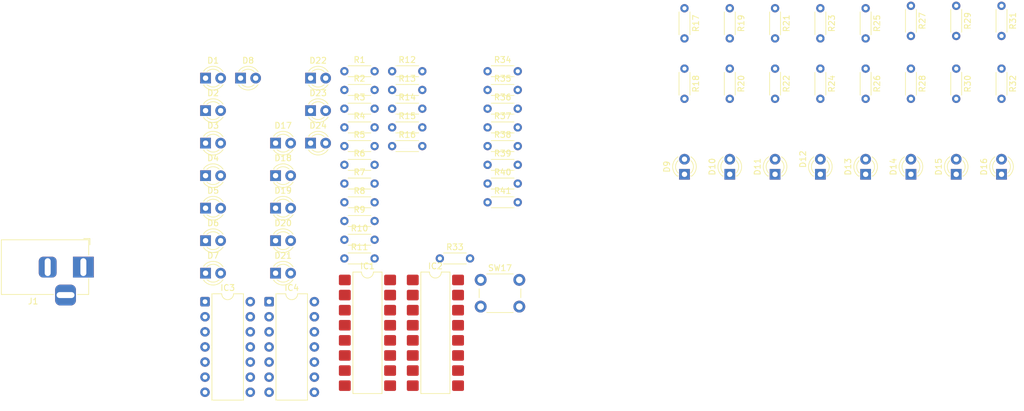
<source format=kicad_pcb>
(kicad_pcb (version 20241229) (generator "pcbnew") (generator_version "9.0")
  (layers (0 "F.Cu" signal) (2 "B.Cu" signal) (13 "F.Paste" user) (15 "B.Paste" user) (5 "F.SilkS" user "F.Silkscreen") (7 "B.SilkS" user "B.Silkscreen") (1 "F.Mask" user) (3 "B.Mask" user) (25 "Edge.Cuts" user))
  (net 0 "")
  (net 1 "GND")
  (net 2 "Net-(D1-A)")
  (net 3 "Net-(D2-A)")
  (net 4 "Net-(D3-A)")
  (net 5 "Net-(D4-A)")
  (net 6 "Net-(D5-A)")
  (net 7 "Net-(D6-A)")
  (net 8 "Net-(D7-A)")
  (net 9 "Net-(D8-A)")
  (net 10 "Net-(D9-A)")
  (net 11 "Net-(D10-A)")
  (net 12 "Net-(D11-A)")
  (net 13 "Net-(D12-A)")
  (net 14 "Net-(D13-A)")
  (net 15 "Net-(D14-A)")
  (net 16 "Net-(D15-A)")
  (net 17 "Net-(D16-A)")
  (net 18 "Net-(D17-A)")
  (net 19 "Net-(D18-A)")
  (net 20 "Net-(D19-A)")
  (net 21 "Net-(D20-A)")
  (net 22 "Net-(D21-A)")
  (net 23 "Net-(D22-A)")
  (net 24 "Net-(D23-A)")
  (net 25 "Net-(D24-A)")
  (net 26 "/A6")
  (net 27 "Net-(IC1-B1)")
  (net 28 "/S4")
  (net 29 "/S5")
  (net 30 "/VCC")
  (net 31 "Net-(IC1-C0)")
  (net 32 "/A5")
  (net 33 "Net-(IC1-B4)")
  (net 35 "/S6")
  (net 36 "Net-(IC1-B2)")
  (net 37 "/S7")
  (net 38 "/A4")
  (net 39 "/A7")
  (net 40 "Net-(IC1-B3)")
  (net 41 "/A3")
  (net 42 "/S2")
  (net 43 "Net-(IC2-B4)")
  (net 44 "Net-(IC2-B1)")
  (net 45 "/A0")
  (net 46 "/A1")
  (net 47 "/S0")
  (net 48 "Net-(IC2-B3)")
  (net 49 "/S1")
  (net 50 "/S3")
  (net 51 "/A2")
  (net 52 "Net-(IC2-B2)")
  (net 53 "/SUB")
  (net 54 "/B5")
  (net 55 "/B7")
  (net 56 "/B6")
  (net 57 "/B4")
  (net 58 "/B3")
  (net 59 "/B1")
  (net 60 "/B2")
  (net 61 "/B0")
  (footprint "Resistor_THT:R_Axial_DIN0204_L3.6mm_D1.6mm_P5.08mm_Horizontal" (layer "F.Cu") (at 164.99 73.39)
    (property "Reference" "R37" (at 2.54 -1.92 0) (layer "F.SilkS"))
    (property "Value" "1k")
    (pad "1" thru_hole circle (at 0 0) (size 1.4 1.4) (drill 0.7) (layers "*.Cu" "*.Mask") (net 28 "/S4"))
    (pad "2" thru_hole circle (at 5.08 0) (size 1.4 1.4) (drill 0.7) (layers "*.Cu" "*.Mask") (net 22 "Net-(D21-A)"))
  )
  (footprint "Resistor_THT:R_Axial_DIN0204_L3.6mm_D1.6mm_P5.08mm_Horizontal" (layer "F.Cu") (at 140.9 70.24)
    (property "Reference" "R3" (at 2.54 -1.92 0) (layer "F.SilkS"))
    (property "Value" "1K")
    (pad "1" thru_hole circle (at 0 0) (size 1.4 1.4) (drill 0.7) (layers "*.Cu" "*.Mask") (net 30 "/VCC"))
    (pad "2" thru_hole circle (at 5.08 0) (size 1.4 1.4) (drill 0.7) (layers "*.Cu" "*.Mask") (net 46 "/A1"))
  )
  (footprint "Resistor_THT:R_Axial_DIN0204_L3.6mm_D1.6mm_P5.08mm_Horizontal" (layer "F.Cu") (at 198.12 53.34 -90)
    (property "Reference" "R17" (at 2.54 -1.92 90) (layer "F.SilkS"))
    (property "Value" "1K")
    (pad "1" thru_hole circle (at 0 0 270) (size 1.4 1.4) (drill 0.7) (layers "*.Cu" "*.Mask") (net 30 "/VCC"))
    (pad "2" thru_hole circle (at 5.08 0 270) (size 1.4 1.4) (drill 0.7) (layers "*.Cu" "*.Mask") (net 61 "/B0"))
  )
  (footprint "LED_THT:LED_D3.0mm" (layer "F.Cu") (at 243.84 81.28 90)
    (property "Reference" "D15" (at 1.27 -2.96 90) (layer "F.SilkS"))
    (property "Value" "LED")
    (pad "1" thru_hole rect (at 0 0 90) (size 1.8 1.8) (drill 0.9) (layers "*.Cu" "*.Mask") (net 1 "GND"))
    (pad "2" thru_hole circle (at 2.54 0 90) (size 1.8 1.8) (drill 0.9) (layers "*.Cu" "*.Mask") (net 16 "Net-(D15-A)"))
  )
  (footprint "LED_THT:LED_D3.0mm" (layer "F.Cu") (at 117.54 76.04)
    (property "Reference" "D3" (at 1.27 -2.96 0) (layer "F.SilkS"))
    (property "Value" "LED")
    (pad "1" thru_hole rect (at 0 0) (size 1.8 1.8) (drill 0.9) (layers "*.Cu" "*.Mask") (net 1 "GND"))
    (pad "2" thru_hole circle (at 2.54 0) (size 1.8 1.8) (drill 0.9) (layers "*.Cu" "*.Mask") (net 4 "Net-(D3-A)"))
  )
  (footprint "Resistor_THT:R_Axial_DIN0204_L3.6mm_D1.6mm_P5.08mm_Horizontal" (layer "F.Cu") (at 213.36 63.5 -90)
    (property "Reference" "R22" (at 2.54 -1.92 90) (layer "F.SilkS"))
    (property "Value" "1K")
    (pad "1" thru_hole circle (at 0 0 270) (size 1.4 1.4) (drill 0.7) (layers "*.Cu" "*.Mask") (net 60 "/B2"))
    (pad "2" thru_hole circle (at 5.08 0 270) (size 1.4 1.4) (drill 0.7) (layers "*.Cu" "*.Mask") (net 12 "Net-(D11-A)"))
  )
  (footprint "Resistor_THT:R_Axial_DIN0204_L3.6mm_D1.6mm_P5.08mm_Horizontal" (layer "F.Cu") (at 228.6 53.34 -90)
    (property "Reference" "R25" (at 2.54 -1.92 90) (layer "F.SilkS"))
    (property "Value" "1K")
    (pad "1" thru_hole circle (at 0 0 270) (size 1.4 1.4) (drill 0.7) (layers "*.Cu" "*.Mask") (net 30 "/VCC"))
    (pad "2" thru_hole circle (at 5.08 0 270) (size 1.4 1.4) (drill 0.7) (layers "*.Cu" "*.Mask") (net 57 "/B4"))
  )
  (footprint "LED_THT:LED_D3.0mm" (layer "F.Cu") (at 251.46 81.28 90)
    (property "Reference" "D16" (at 1.27 -2.96 90) (layer "F.SilkS"))
    (property "Value" "LED")
    (pad "1" thru_hole rect (at 0 0 90) (size 1.8 1.8) (drill 0.9) (layers "*.Cu" "*.Mask") (net 1 "GND"))
    (pad "2" thru_hole circle (at 2.54 0 90) (size 1.8 1.8) (drill 0.9) (layers "*.Cu" "*.Mask") (net 17 "Net-(D16-A)"))
  )
  (footprint "LED_THT:LED_D3.0mm" (layer "F.Cu") (at 129.32 92.45)
    (property "Reference" "D20" (at 1.27 -2.96 0) (layer "F.SilkS"))
    (property "Value" "LED")
    (pad "1" thru_hole rect (at 0 0) (size 1.8 1.8) (drill 0.9) (layers "*.Cu" "*.Mask") (net 1 "GND"))
    (pad "2" thru_hole circle (at 2.54 0) (size 1.8 1.8) (drill 0.9) (layers "*.Cu" "*.Mask") (net 21 "Net-(D20-A)"))
  )
  (footprint "Resistor_THT:R_Axial_DIN0204_L3.6mm_D1.6mm_P5.08mm_Horizontal" (layer "F.Cu") (at 140.9 63.94)
    (property "Reference" "R1" (at 2.54 -1.92 0) (layer "F.SilkS"))
    (property "Value" "1K")
    (pad "1" thru_hole circle (at 0 0) (size 1.4 1.4) (drill 0.7) (layers "*.Cu" "*.Mask") (net 30 "/VCC"))
    (pad "2" thru_hole circle (at 5.08 0) (size 1.4 1.4) (drill 0.7) (layers "*.Cu" "*.Mask") (net 45 "/A0"))
  )
  (footprint "LED_THT:LED_D3.0mm" (layer "F.Cu") (at 129.32 76.04)
    (property "Reference" "D17" (at 1.27 -2.96 0) (layer "F.SilkS"))
    (property "Value" "LED")
    (pad "1" thru_hole rect (at 0 0) (size 1.8 1.8) (drill 0.9) (layers "*.Cu" "*.Mask") (net 1 "GND"))
    (pad "2" thru_hole circle (at 2.54 0) (size 1.8 1.8) (drill 0.9) (layers "*.Cu" "*.Mask") (net 18 "Net-(D17-A)"))
  )
  (footprint "LED_THT:LED_D3.0mm" (layer "F.Cu") (at 123.43 65.1)
    (property "Reference" "D8" (at 1.27 -2.96 0) (layer "F.SilkS"))
    (property "Value" "LED")
    (pad "1" thru_hole rect (at 0 0) (size 1.8 1.8) (drill 0.9) (layers "*.Cu" "*.Mask") (net 1 "GND"))
    (pad "2" thru_hole circle (at 2.54 0) (size 1.8 1.8) (drill 0.9) (layers "*.Cu" "*.Mask") (net 9 "Net-(D8-A)"))
  )
  (footprint "Button_Switch_THT:SW_PUSH_6mm" (layer "F.Cu") (at 163.83 99.04)
    (property "Reference" "SW17" (at 3.25 -2 0) (layer "F.SilkS"))
    (property "Value" "SW_Push")
    (pad "1" thru_hole circle (at 0 0 90) (size 2 2) (drill 1.1) (layers "*.Cu" "*.Mask") (net 1 "GND"))
    (pad "1" thru_hole circle (at 6.5 0 90) (size 2 2) (drill 1.1) (layers "*.Cu" "*.Mask") (net 1 "GND"))
    (pad "2" thru_hole circle (at 0 4.5 90) (size 2 2) (drill 1.1) (layers "*.Cu" "*.Mask") (net 53 "/SUB"))
    (pad "2" thru_hole circle (at 6.5 4.5 90) (size 2 2) (drill 1.1) (layers "*.Cu" "*.Mask") (net 53 "/SUB"))
  )
  (footprint "Package_DIP:DIP-14_W7.62mm" (layer "F.Cu") (at 128.23 102.71)
    (property "Reference" "IC4" (at 3.81 -2.33 0) (layer "F.SilkS"))
    (property "Value" "7486")
    (pad "1" thru_hole roundrect (at 0 0) (size 1.6 1.6) (drill 0.8) (layers "*.Cu" "*.Mask") (roundrect_rratio 0.15625) (net 58 "/B3"))
    (pad "2" thru_hole circle (at 0 2.54) (size 1.6 1.6) (drill 0.8) (layers "*.Cu" "*.Mask") (net 53 "/SUB"))
    (pad "3" thru_hole circle (at 0 5.08) (size 1.6 1.6) (drill 0.8) (layers "*.Cu" "*.Mask") (net 43 "Net-(IC2-B4)"))
    (pad "4" thru_hole circle (at 0 7.62) (size 1.6 1.6) (drill 0.8) (layers "*.Cu" "*.Mask") (net 60 "/B2"))
    (pad "5" thru_hole circle (at 0 10.16) (size 1.6 1.6) (drill 0.8) (layers "*.Cu" "*.Mask") (net 53 "/SUB"))
    (pad "6" thru_hole circle (at 0 12.7) (size 1.6 1.6) (drill 0.8) (layers "*.Cu" "*.Mask") (net 48 "Net-(IC2-B3)"))
    (pad "7" thru_hole circle (at 0 15.24) (size 1.6 1.6) (drill 0.8) (layers "*.Cu" "*.Mask") (net 1 "GND"))
    (pad "8" thru_hole circle (at 7.62 15.24) (size 1.6 1.6) (drill 0.8) (layers "*.Cu" "*.Mask") (net 52 "Net-(IC2-B2)"))
    (pad "9" thru_hole circle (at 7.62 12.7) (size 1.6 1.6) (drill 0.8) (layers "*.Cu" "*.Mask") (net 59 "/B1"))
    (pad "10" thru_hole circle (at 7.62 10.16) (size 1.6 1.6) (drill 0.8) (layers "*.Cu" "*.Mask") (net 53 "/SUB"))
    (pad "11" thru_hole circle (at 7.62 7.62) (size 1.6 1.6) (drill 0.8) (layers "*.Cu" "*.Mask") (net 44 "Net-(IC2-B1)"))
    (pad "12" thru_hole circle (at 7.62 5.08) (size 1.6 1.6) (drill 0.8) (layers "*.Cu" "*.Mask") (net 61 "/B0"))
    (pad "13" thru_hole circle (at 7.62 2.54) (size 1.6 1.6) (drill 0.8) (layers "*.Cu" "*.Mask") (net 53 "/SUB"))
    (pad "14" thru_hole circle (at 7.62 0) (size 1.6 1.6) (drill 0.8) (layers "*.Cu" "*.Mask") (net 30 "/VCC"))
  )
  (footprint "Resistor_THT:R_Axial_DIN0204_L3.6mm_D1.6mm_P5.08mm_Horizontal" (layer "F.Cu") (at 164.99 76.54)
    (property "Reference" "R38" (at 2.54 -1.92 0) (layer "F.SilkS"))
    (property "Value" "1k")
    (pad "1" thru_hole circle (at 0 0) (size 1.4 1.4) (drill 0.7) (layers "*.Cu" "*.Mask") (net 29 "/S5"))
    (pad "2" thru_hole circle (at 5.08 0) (size 1.4 1.4) (drill 0.7) (layers "*.Cu" "*.Mask") (net 23 "Net-(D22-A)"))
  )
  (footprint "LED_THT:LED_D3.0mm" (layer "F.Cu") (at 135.21 76.04)
    (property "Reference" "D24" (at 1.27 -2.96 0) (layer "F.SilkS"))
    (property "Value" "LED")
    (pad "1" thru_hole rect (at 0 0) (size 1.8 1.8) (drill 0.9) (layers "*.Cu" "*.Mask") (net 1 "GND"))
    (pad "2" thru_hole circle (at 2.54 0) (size 1.8 1.8) (drill 0.9) (layers "*.Cu" "*.Mask") (net 25 "Net-(D24-A)"))
  )
  (footprint "Resistor_THT:R_Axial_DIN0204_L3.6mm_D1.6mm_P5.08mm_Horizontal" (layer "F.Cu") (at 164.99 63.94)
    (property "Reference" "R34" (at 2.54 -1.92 0) (layer "F.SilkS"))
    (property "Value" "1k")
    (pad "1" thru_hole circle (at 0 0) (size 1.4 1.4) (drill 0.7) (layers "*.Cu" "*.Mask") (net 49 "/S1"))
    (pad "2" thru_hole circle (at 5.08 0) (size 1.4 1.4) (drill 0.7) (layers "*.Cu" "*.Mask") (net 19 "Net-(D18-A)"))
  )
  (footprint "Resistor_THT:R_Axial_DIN0204_L3.6mm_D1.6mm_P5.08mm_Horizontal" (layer "F.Cu") (at 220.98 53.34 -90)
    (property "Reference" "R23" (at 2.54 -1.92 90) (layer "F.SilkS"))
    (property "Value" "1K")
    (pad "1" thru_hole circle (at 0 0 270) (size 1.4 1.4) (drill 0.7) (layers "*.Cu" "*.Mask") (net 30 "/VCC"))
    (pad "2" thru_hole circle (at 5.08 0 270) (size 1.4 1.4) (drill 0.7) (layers "*.Cu" "*.Mask") (net 58 "/B3"))
  )
  (footprint "Package_DIP:SMDIP-16_W7.62mm" (layer "F.Cu") (at 156.21 107.95)
    (property "Reference" "IC2" (at 0 -11.22 0) (layer "F.SilkS"))
    (property "Value" "7483")
    (pad "1" smd roundrect (at -3.81 -8.89) (size 2 1.78) (layers "F.Cu" "F.Mask" "F.Paste") (roundrect_rratio 0.140449) (net 41 "/A3"))
    (pad "2" smd roundrect (at -3.81 -6.35) (size 2 1.78) (layers "F.Cu" "F.Mask" "F.Paste") (roundrect_rratio 0.140449) (net 42 "/S2"))
    (pad "3" smd roundrect (at -3.81 -3.81) (size 2 1.78) (layers "F.Cu" "F.Mask" "F.Paste") (roundrect_rratio 0.140449) (net 51 "/A2"))
    (pad "4" smd roundrect (at -3.81 -1.27) (size 2 1.78) (layers "F.Cu" "F.Mask" "F.Paste") (roundrect_rratio 0.140449) (net 48 "Net-(IC2-B3)"))
    (pad "5" smd roundrect (at -3.81 1.27) (size 2 1.78) (layers "F.Cu" "F.Mask" "F.Paste") (roundrect_rratio 0.140449) (net 30 "/VCC"))
    (pad "6" smd roundrect (at -3.81 3.81) (size 2 1.78) (layers "F.Cu" "F.Mask" "F.Paste") (roundrect_rratio 0.140449) (net 49 "/S1"))
    (pad "7" smd roundrect (at -3.81 6.35) (size 2 1.78) (layers "F.Cu" "F.Mask" "F.Paste") (roundrect_rratio 0.140449) (net 52 "Net-(IC2-B2)"))
    (pad "8" smd roundrect (at -3.81 8.89) (size 2 1.78) (layers "F.Cu" "F.Mask" "F.Paste") (roundrect_rratio 0.140449) (net 46 "/A1"))
    (pad "9" smd roundrect (at 3.81 8.89) (size 2 1.78) (layers "F.Cu" "F.Mask" "F.Paste") (roundrect_rratio 0.140449) (net 47 "/S0"))
    (pad "10" smd roundrect (at 3.81 6.35) (size 2 1.78) (layers "F.Cu" "F.Mask" "F.Paste") (roundrect_rratio 0.140449) (net 45 "/A0"))
    (pad "11" smd roundrect (at 3.81 3.81) (size 2 1.78) (layers "F.Cu" "F.Mask" "F.Paste") (roundrect_rratio 0.140449) (net 44 "Net-(IC2-B1)"))
    (pad "12" smd roundrect (at 3.81 1.27) (size 2 1.78) (layers "F.Cu" "F.Mask" "F.Paste") (roundrect_rratio 0.140449) (net 1 "GND"))
    (pad "13" smd roundrect (at 3.81 -1.27) (size 2 1.78) (layers "F.Cu" "F.Mask" "F.Paste") (roundrect_rratio 0.140449) (net 53 "/SUB"))
    (pad "14" smd roundrect (at 3.81 -3.81) (size 2 1.78) (layers "F.Cu" "F.Mask" "F.Paste") (roundrect_rratio 0.140449) (net 31 "Net-(IC1-C0)"))
    (pad "15" smd roundrect (at 3.81 -6.35) (size 2 1.78) (layers "F.Cu" "F.Mask" "F.Paste") (roundrect_rratio 0.140449) (net 50 "/S3"))
    (pad "16" smd roundrect (at 3.81 -8.89) (size 2 1.78) (layers "F.Cu" "F.Mask" "F.Paste") (roundrect_rratio 0.140449) (net 43 "Net-(IC2-B4)"))
  )
  (footprint "Package_DIP:SMDIP-16_W7.62mm" (layer "F.Cu") (at 144.78 107.95)
    (property "Reference" "IC1" (at 0 -11.22 0) (layer "F.SilkS"))
    (property "Value" "7483")
    (pad "1" smd roundrect (at -3.81 -8.89) (size 2 1.78) (layers "F.Cu" "F.Mask" "F.Paste") (roundrect_rratio 0.140449) (net 39 "/A7"))
    (pad "2" smd roundrect (at -3.81 -6.35) (size 2 1.78) (layers "F.Cu" "F.Mask" "F.Paste") (roundrect_rratio 0.140449) (net 35 "/S6"))
    (pad "3" smd roundrect (at -3.81 -3.81) (size 2 1.78) (layers "F.Cu" "F.Mask" "F.Paste") (roundrect_rratio 0.140449) (net 26 "/A6"))
    (pad "4" smd roundrect (at -3.81 -1.27) (size 2 1.78) (layers "F.Cu" "F.Mask" "F.Paste") (roundrect_rratio 0.140449) (net 40 "Net-(IC1-B3)"))
    (pad "5" smd roundrect (at -3.81 1.27) (size 2 1.78) (layers "F.Cu" "F.Mask" "F.Paste") (roundrect_rratio 0.140449) (net 30 "/VCC"))
    (pad "6" smd roundrect (at -3.81 3.81) (size 2 1.78) (layers "F.Cu" "F.Mask" "F.Paste") (roundrect_rratio 0.140449) (net 29 "/S5"))
    (pad "7" smd roundrect (at -3.81 6.35) (size 2 1.78) (layers "F.Cu" "F.Mask" "F.Paste") (roundrect_rratio 0.140449) (net 36 "Net-(IC1-B2)"))
    (pad "8" smd roundrect (at -3.81 8.89) (size 2 1.78) (layers "F.Cu" "F.Mask" "F.Paste") (roundrect_rratio 0.140449) (net 32 "/A5"))
    (pad "9" smd roundrect (at 3.81 8.89) (size 2 1.78) (layers "F.Cu" "F.Mask" "F.Paste") (roundrect_rratio 0.140449) (net 28 "/S4"))
    (pad "10" smd roundrect (at 3.81 6.35) (size 2 1.78) (layers "F.Cu" "F.Mask" "F.Paste") (roundrect_rratio 0.140449) (net 38 "/A4"))
    (pad "11" smd roundrect (at 3.81 3.81) (size 2 1.78) (layers "F.Cu" "F.Mask" "F.Paste") (roundrect_rratio 0.140449) (net 27 "Net-(IC1-B1)"))
    (pad "12" smd roundrect (at 3.81 1.27) (size 2 1.78) (layers "F.Cu" "F.Mask" "F.Paste") (roundrect_rratio 0.140449) (net 1 "GND"))
    (pad "13" smd roundrect (at 3.81 -1.27) (size 2 1.78) (layers "F.Cu" "F.Mask" "F.Paste") (roundrect_rratio 0.140449) (net 31 "Net-(IC1-C0)"))
    (pad "14" smd roundrect (at 3.81 -3.81) (size 2 1.78) (layers "F.Cu" "F.Mask" "F.Paste") (roundrect_rratio 0.140449))
    (pad "15" smd roundrect (at 3.81 -6.35) (size 2 1.78) (layers "F.Cu" "F.Mask" "F.Paste") (roundrect_rratio 0.140449) (net 37 "/S7"))
    (pad "16" smd roundrect (at 3.81 -8.89) (size 2 1.78) (layers "F.Cu" "F.Mask" "F.Paste") (roundrect_rratio 0.140449) (net 33 "Net-(IC1-B4)"))
  )
  (footprint "Resistor_THT:R_Axial_DIN0204_L3.6mm_D1.6mm_P5.08mm_Horizontal" (layer "F.Cu") (at 164.99 67.09)
    (property "Reference" "R35" (at 2.54 -1.92 0) (layer "F.SilkS"))
    (property "Value" "1k")
    (pad "1" thru_hole circle (at 0 0) (size 1.4 1.4) (drill 0.7) (layers "*.Cu" "*.Mask") (net 42 "/S2"))
    (pad "2" thru_hole circle (at 5.08 0) (size 1.4 1.4) (drill 0.7) (layers "*.Cu" "*.Mask") (net 20 "Net-(D19-A)"))
  )
  (footprint "LED_THT:LED_D3.0mm" (layer "F.Cu") (at 117.54 92.45)
    (property "Reference" "D6" (at 1.27 -2.96 0) (layer "F.SilkS"))
    (property "Value" "LED")
    (pad "1" thru_hole rect (at 0 0) (size 1.8 1.8) (drill 0.9) (layers "*.Cu" "*.Mask") (net 1 "GND"))
    (pad "2" thru_hole circle (at 2.54 0) (size 1.8 1.8) (drill 0.9) (layers "*.Cu" "*.Mask") (net 7 "Net-(D6-A)"))
  )
  (footprint "LED_THT:LED_D3.0mm" (layer "F.Cu") (at 117.54 70.57)
    (property "Reference" "D2" (at 1.27 -2.96 0) (layer "F.SilkS"))
    (property "Value" "LED")
    (pad "1" thru_hole rect (at 0 0) (size 1.8 1.8) (drill 0.9) (layers "*.Cu" "*.Mask") (net 1 "GND"))
    (pad "2" thru_hole circle (at 2.54 0) (size 1.8 1.8) (drill 0.9) (layers "*.Cu" "*.Mask") (net 3 "Net-(D2-A)"))
  )
  (footprint "Resistor_THT:R_Axial_DIN0204_L3.6mm_D1.6mm_P5.08mm_Horizontal" (layer "F.Cu") (at 164.99 85.99)
    (property "Reference" "R41" (at 2.54 -1.92 0) (layer "F.SilkS"))
    (property "Value" "R")
    (pad "1" thru_hole circle (at 0 0) (size 1.4 1.4) (drill 0.7) (layers "*.Cu" "*.Mask") (net 30 "/VCC"))
    (pad "2" thru_hole circle (at 5.08 0) (size 1.4 1.4) (drill 0.7) (layers "*.Cu" "*.Mask") (net 53 "/SUB"))
  )
  (footprint "LED_THT:LED_D3.0mm" (layer "F.Cu") (at 205.74 81.28 90)
    (property "Reference" "D10" (at 1.27 -2.96 90) (layer "F.SilkS"))
    (property "Value" "LED")
    (pad "1" thru_hole rect (at 0 0 90) (size 1.8 1.8) (drill 0.9) (layers "*.Cu" "*.Mask") (net 1 "GND"))
    (pad "2" thru_hole circle (at 2.54 0 90) (size 1.8 1.8) (drill 0.9) (layers "*.Cu" "*.Mask") (net 11 "Net-(D10-A)"))
  )
  (footprint "Resistor_THT:R_Axial_DIN0204_L3.6mm_D1.6mm_P5.08mm_Horizontal" (layer "F.Cu") (at 228.6 63.5 -90)
    (property "Reference" "R26" (at 2.54 -1.92 90) (layer "F.SilkS"))
    (property "Value" "1K")
    (pad "1" thru_hole circle (at 0 0 270) (size 1.4 1.4) (drill 0.7) (layers "*.Cu" "*.Mask") (net 57 "/B4"))
    (pad "2" thru_hole circle (at 5.08 0 270) (size 1.4 1.4) (drill 0.7) (layers "*.Cu" "*.Mask") (net 14 "Net-(D13-A)"))
  )
  (footprint "Resistor_THT:R_Axial_DIN0204_L3.6mm_D1.6mm_P5.08mm_Horizontal" (layer "F.Cu") (at 205.74 63.5 -90)
    (property "Reference" "R20" (at 2.54 -1.92 90) (layer "F.SilkS"))
    (property "Value" "1K")
    (pad "1" thru_hole circle (at 0 0 270) (size 1.4 1.4) (drill 0.7) (layers "*.Cu" "*.Mask") (net 59 "/B1"))
    (pad "2" thru_hole circle (at 5.08 0 270) (size 1.4 1.4) (drill 0.7) (layers "*.Cu" "*.Mask") (net 11 "Net-(D10-A)"))
  )
  (footprint "LED_THT:LED_D3.0mm" (layer "F.Cu") (at 117.54 86.98)
    (property "Reference" "D5" (at 1.27 -2.96 0) (layer "F.SilkS"))
    (property "Value" "LED")
    (pad "1" thru_hole rect (at 0 0) (size 1.8 1.8) (drill 0.9) (layers "*.Cu" "*.Mask") (net 1 "GND"))
    (pad "2" thru_hole circle (at 2.54 0) (size 1.8 1.8) (drill 0.9) (layers "*.Cu" "*.Mask") (net 6 "Net-(D5-A)"))
  )
  (footprint "LED_THT:LED_D3.0mm" (layer "F.Cu") (at 213.36 81.28 90)
    (property "Reference" "D11" (at 1.27 -2.96 90) (layer "F.SilkS"))
    (property "Value" "LED")
    (pad "1" thru_hole rect (at 0 0 90) (size 1.8 1.8) (drill 0.9) (layers "*.Cu" "*.Mask") (net 1 "GND"))
    (pad "2" thru_hole circle (at 2.54 0 90) (size 1.8 1.8) (drill 0.9) (layers "*.Cu" "*.Mask") (net 12 "Net-(D11-A)"))
  )
  (footprint "LED_THT:LED_D3.0mm" (layer "F.Cu") (at 135.21 65.1)
    (property "Reference" "D22" (at 1.27 -2.96 0) (layer "F.SilkS"))
    (property "Value" "LED")
    (pad "1" thru_hole rect (at 0 0) (size 1.8 1.8) (drill 0.9) (layers "*.Cu" "*.Mask") (net 1 "GND"))
    (pad "2" thru_hole circle (at 2.54 0) (size 1.8 1.8) (drill 0.9) (layers "*.Cu" "*.Mask") (net 23 "Net-(D22-A)"))
  )
  (footprint "Resistor_THT:R_Axial_DIN0204_L3.6mm_D1.6mm_P5.08mm_Horizontal" (layer "F.Cu") (at 236.22 52.93 -90)
    (property "Reference" "R27" (at 2.54 -1.92 90) (layer "F.SilkS"))
    (property "Value" "1K")
    (pad "1" thru_hole circle (at 0 0 270) (size 1.4 1.4) (drill 0.7) (layers "*.Cu" "*.Mask") (net 30 "/VCC"))
    (pad "2" thru_hole circle (at 5.08 0 270) (size 1.4 1.4) (drill 0.7) (layers "*.Cu" "*.Mask") (net 54 "/B5"))
  )
  (footprint "Resistor_THT:R_Axial_DIN0204_L3.6mm_D1.6mm_P5.08mm_Horizontal" (layer "F.Cu") (at 198.12 63.5 -90)
    (property "Reference" "R18" (at 2.54 -1.92 90) (layer "F.SilkS"))
    (property "Value" "1K")
    (pad "1" thru_hole circle (at 0 0 270) (size 1.4 1.4) (drill 0.7) (layers "*.Cu" "*.Mask") (net 61 "/B0"))
    (pad "2" thru_hole circle (at 5.08 0 270) (size 1.4 1.4) (drill 0.7) (layers "*.Cu" "*.Mask") (net 10 "Net-(D9-A)"))
  )
  (footprint "LED_THT:LED_D3.0mm" (layer "F.Cu") (at 129.32 97.92)
    (property "Reference" "D21" (at 1.27 -2.96 0) (layer "F.SilkS"))
    (property "Value" "LED")
    (pad "1" thru_hole rect (at 0 0) (size 1.8 1.8) (drill 0.9) (layers "*.Cu" "*.Mask") (net 1 "GND"))
    (pad "2" thru_hole circle (at 2.54 0) (size 1.8 1.8) (drill 0.9) (layers "*.Cu" "*.Mask") (net 22 "Net-(D21-A)"))
  )
  (footprint "Resistor_THT:R_Axial_DIN0204_L3.6mm_D1.6mm_P5.08mm_Horizontal" (layer "F.Cu") (at 148.93 67.09)
    (property "Reference" "R13" (at 2.54 -1.92 0) (layer "F.SilkS"))
    (property "Value" "1K")
    (pad "1" thru_hole circle (at 0 0) (size 1.4 1.4) (drill 0.7) (layers "*.Cu" "*.Mask") (net 30 "/VCC"))
    (pad "2" thru_hole circle (at 5.08 0) (size 1.4 1.4) (drill 0.7) (layers "*.Cu" "*.Mask") (net 26 "/A6"))
  )
  (footprint "Resistor_THT:R_Axial_DIN0204_L3.6mm_D1.6mm_P5.08mm_Horizontal" (layer "F.Cu") (at 243.84 63.5 -90)
    (property "Reference" "R30" (at 2.54 -1.92 90) (layer "F.SilkS"))
    (property "Value" "1K")
    (pad "1" thru_hole circle (at 0 0 270) (size 1.4 1.4) (drill 0.7) (layers "*.Cu" "*.Mask") (net 56 "/B6"))
    (pad "2" thru_hole circle (at 5.08 0 270) (size 1.4 1.4) (drill 0.7) (layers "*.Cu" "*.Mask") (net 16 "Net-(D15-A)"))
  )
  (footprint "Resistor_THT:R_Axial_DIN0204_L3.6mm_D1.6mm_P5.08mm_Horizontal" (layer "F.Cu") (at 251.46 52.93 -90)
    (property "Reference" "R31" (at 2.54 -1.92 90) (layer "F.SilkS"))
    (property "Value" "1K")
    (pad "1" thru_hole circle (at 0 0 270) (size 1.4 1.4) (drill 0.7) (layers "*.Cu" "*.Mask") (net 30 "/VCC"))
    (pad "2" thru_hole circle (at 5.08 0 270) (size 1.4 1.4) (drill 0.7) (layers "*.Cu" "*.Mask") (net 55 "/B7"))
  )
  (footprint "Resistor_THT:R_Axial_DIN0204_L3.6mm_D1.6mm_P5.08mm_Horizontal" (layer "F.Cu") (at 243.84 52.93 -90)
    (property "Reference" "R29" (at 2.54 -1.92 90) (layer "F.SilkS"))
    (property "Value" "1K")
    (pad "1" thru_hole circle (at 0 0 270) (size 1.4 1.4) (drill 0.7) (layers "*.Cu" "*.Mask") (net 30 "/VCC"))
    (pad "2" thru_hole circle (at 5.08 0 270) (size 1.4 1.4) (drill 0.7) (layers "*.Cu" "*.Mask") (net 56 "/B6"))
  )
  (footprint "LED_THT:LED_D3.0mm" (layer "F.Cu") (at 135.21 70.57)
    (property "Reference" "D23" (at 1.27 -2.96 0) (layer "F.SilkS"))
    (property "Value" "LED")
    (pad "1" thru_hole rect (at 0 0) (size 1.8 1.8) (drill 0.9) (layers "*.Cu" "*.Mask") (net 1 "GND"))
    (pad "2" thru_hole circle (at 2.54 0) (size 1.8 1.8) (drill 0.9) (layers "*.Cu" "*.Mask") (net 24 "Net-(D23-A)"))
  )
  (footprint "Resistor_THT:R_Axial_DIN0204_L3.6mm_D1.6mm_P5.08mm_Horizontal" (layer "F.Cu") (at 251.46 63.5 -90)
    (property "Reference" "R32" (at 2.54 -1.92 90) (layer "F.SilkS"))
    (property "Value" "1K")
    (pad "1" thru_hole circle (at 0 0 270) (size 1.4 1.4) (drill 0.7) (layers "*.Cu" "*.Mask") (net 55 "/B7"))
    (pad "2" thru_hole circle (at 5.08 0 270) (size 1.4 1.4) (drill 0.7) (layers "*.Cu" "*.Mask") (net 17 "Net-(D16-A)"))
  )
  (footprint "Resistor_THT:R_Axial_DIN0204_L3.6mm_D1.6mm_P5.08mm_Horizontal" (layer "F.Cu") (at 213.36 53.34 -90)
    (property "Reference" "R21" (at 2.54 -1.92 90) (layer "F.SilkS"))
    (property "Value" "1K")
    (pad "1" thru_hole circle (at 0 0 270) (size 1.4 1.4) (drill 0.7) (layers "*.Cu" "*.Mask") (net 30 "/VCC"))
    (pad "2" thru_hole circle (at 5.08 0 270) (size 1.4 1.4) (drill 0.7) (layers "*.Cu" "*.Mask") (net 60 "/B2"))
  )
  (footprint "LED_THT:LED_D3.0mm" (layer "F.Cu") (at 236.22 81.28 90)
    (property "Reference" "D14" (at 1.27 -2.96 90) (layer "F.SilkS"))
    (property "Value" "LED")
    (pad "1" thru_hole rect (at 0 0 90) (size 1.8 1.8) (drill 0.9) (layers "*.Cu" "*.Mask") (net 1 "GND"))
    (pad "2" thru_hole circle (at 2.54 0 90) (size 1.8 1.8) (drill 0.9) (layers "*.Cu" "*.Mask") (net 15 "Net-(D14-A)"))
  )
  (footprint "Resistor_THT:R_Axial_DIN0204_L3.6mm_D1.6mm_P5.08mm_Horizontal" (layer "F.Cu") (at 220.98 63.5 -90)
    (property "Reference" "R24" (at 2.54 -1.92 90) (layer "F.SilkS"))
    (property "Value" "1K")
    (pad "1" thru_hole circle (at 0 0 270) (size 1.4 1.4) (drill 0.7) (layers "*.Cu" "*.Mask") (net 58 "/B3"))
    (pad "2" thru_hole circle (at 5.08 0 270) (size 1.4 1.4) (drill 0.7) (layers "*.Cu" "*.Mask") (net 13 "Net-(D12-A)"))
  )
  (footprint "Resistor_THT:R_Axial_DIN0204_L3.6mm_D1.6mm_P5.08mm_Horizontal" (layer "F.Cu") (at 164.99 70.24)
    (property "Reference" "R36" (at 2.54 -1.92 0) (layer "F.SilkS"))
    (property "Value" "1k")
    (pad "1" thru_hole circle (at 0 0) (size 1.4 1.4) (drill 0.7) (layers "*.Cu" "*.Mask") (net 50 "/S3"))
    (pad "2" thru_hole circle (at 5.08 0) (size 1.4 1.4) (drill 0.7) (layers "*.Cu" "*.Mask") (net 21 "Net-(D20-A)"))
  )
  (footprint "Resistor_THT:R_Axial_DIN0204_L3.6mm_D1.6mm_P5.08mm_Horizontal" (layer "F.Cu") (at 205.74 53.34 -90)
    (property "Reference" "R19" (at 2.54 -1.92 90) (layer "F.SilkS"))
    (property "Value" "1K")
    (pad "1" thru_hole circle (at 0 0 270) (size 1.4 1.4) (drill 0.7) (layers "*.Cu" "*.Mask") (net 30 "/VCC"))
    (pad "2" thru_hole circle (at 5.08 0 270) (size 1.4 1.4) (drill 0.7) (layers "*.Cu" "*.Mask") (net 59 "/B1"))
  )
  (footprint "Resistor_THT:R_Axial_DIN0204_L3.6mm_D1.6mm_P5.08mm_Horizontal" (layer "F.Cu") (at 140.9 79.69)
    (property "Reference" "R6" (at 2.54 -1.92 0) (layer "F.SilkS"))
    (property "Value" "1K")
    (pad "1" thru_hole circle (at 0 0) (size 1.4 1.4) (drill 0.7) (layers "*.Cu" "*.Mask") (net 51 "/A2"))
    (pad "2" thru_hole circle (at 5.08 0) (size 1.4 1.4) (drill 0.7) (layers "*.Cu" "*.Mask") (net 4 "Net-(D3-A)"))
  )
  (footprint "Package_DIP:DIP-14_W7.62mm" (layer "F.Cu") (at 117.45 102.71)
    (property "Reference" "IC3" (at 3.81 -2.33 0) (layer "F.SilkS"))
    (property "Value" "7486")
    (pad "1" thru_hole roundrect (at 0 0) (size 1.6 1.6) (drill 0.8) (layers "*.Cu" "*.Mask") (roundrect_rratio 0.15625) (net 55 "/B7"))
    (pad "2" thru_hole circle (at 0 2.54) (size 1.6 1.6) (drill 0.8) (layers "*.Cu" "*.Mask") (net 53 "/SUB"))
    (pad "3" thru_hole circle (at 0 5.08) (size 1.6 1.6) (drill 0.8) (layers "*.Cu" "*.Mask") (net 33 "Net-(IC1-B4)"))
    (pad "4" thru_hole circle (at 0 7.62) (size 1.6 1.6) (drill 0.8) (layers "*.Cu" "*.Mask") (net 56 "/B6"))
    (pad "5" thru_hole circle (at 0 10.16) (size 1.6 1.6) (drill 0.8) (layers "*.Cu" "*.Mask") (net 53 "/SUB"))
    (pad "6" thru_hole circle (at 0 12.7) (size 1.6 1.6) (drill 0.8) (layers "*.Cu" "*.Mask") (net 40 "Net-(IC1-B3)"))
    (pad "7" thru_hole circle (at 0 15.24) (size 1.6 1.6) (drill 0.8) (layers "*.Cu" "*.Mask") (net 1 "GND"))
    (pad "8" thru_hole circle (at 7.62 15.24) (size 1.6 1.6) (drill 0.8) (layers "*.Cu" "*.Mask") (net 36 "Net-(IC1-B2)"))
    (pad "9" thru_hole circle (at 7.62 12.7) (size 1.6 1.6) (drill 0.8) (layers "*.Cu" "*.Mask") (net 54 "/B5"))
    (pad "10" thru_hole circle (at 7.62 10.16) (size 1.6 1.6) (drill 0.8) (layers "*.Cu" "*.Mask") (net 53 "/SUB"))
    (pad "11" thru_hole circle (at 7.62 7.62) (size 1.6 1.6) (drill 0.8) (layers "*.Cu" "*.Mask") (net 27 "Net-(IC1-B1)"))
    (pad "12" thru_hole circle (at 7.62 5.08) (size 1.6 1.6) (drill 0.8) (layers "*.Cu" "*.Mask") (net 57 "/B4"))
    (pad "13" thru_hole circle (at 7.62 2.54) (size 1.6 1.6) (drill 0.8) (layers "*.Cu" "*.Mask") (net 53 "/SUB"))
    (pad "14" thru_hole circle (at 7.62 0) (size 1.6 1.6) (drill 0.8) (layers "*.Cu" "*.Mask") (net 30 "/VCC"))
  )
  (footprint "Connector_BarrelJack:BarrelJack_Horizontal" (layer "F.Cu") (at 96.98 96.9)
    (property "Reference" "J1" (at -8.45 5.75 0) (layer "F.SilkS"))
    (property "Value" "Barrel_Jack")
    (pad "1" thru_hole rect (at 0 0) (size 3.5 3.5) (drill oval 1 3) (layers "*.Cu" "*.Mask") (net 30 "/VCC"))
    (pad "2" thru_hole roundrect (at -6 0) (size 3 3.5) (drill oval 1 3) (layers "*.Cu" "*.Mask") (net 1 "GND"))
    (pad "3" thru_hole roundrect (at -3 4.7) (size 3.5 3.5) (drill oval 3 1) (layers "*.Cu" "*.Mask"))
  )
  (footprint "Resistor_THT:R_Axial_DIN0204_L3.6mm_D1.6mm_P5.08mm_Horizontal" (layer "F.Cu") (at 156.96 95.44)
    (property "Reference" "R33" (at 2.54 -1.92 0) (layer "F.SilkS"))
    (property "Value" "1k")
    (pad "1" thru_hole circle (at 0 0) (size 1.4 1.4) (drill 0.7) (layers "*.Cu" "*.Mask") (net 47 "/S0"))
    (pad "2" thru_hole circle (at 5.08 0) (size 1.4 1.4) (drill 0.7) (layers "*.Cu" "*.Mask") (net 18 "Net-(D17-A)"))
  )
  (footprint "LED_THT:LED_D3.0mm" (layer "F.Cu") (at 228.6 81.28 90)
    (property "Reference" "D13" (at 1.27 -2.96 90) (layer "F.SilkS"))
    (property "Value" "LED")
    (pad "1" thru_hole rect (at 0 0 90) (size 1.8 1.8) (drill 0.9) (layers "*.Cu" "*.Mask") (net 1 "GND"))
    (pad "2" thru_hole circle (at 2.54 0 90) (size 1.8 1.8) (drill 0.9) (layers "*.Cu" "*.Mask") (net 14 "Net-(D13-A)"))
  )
  (footprint "Resistor_THT:R_Axial_DIN0204_L3.6mm_D1.6mm_P5.08mm_Horizontal" (layer "F.Cu") (at 148.93 73.39)
    (property "Reference" "R15" (at 2.54 -1.92 0) (layer "F.SilkS"))
    (property "Value" "1K")
    (pad "1" thru_hole circle (at 0 0) (size 1.4 1.4) (drill 0.7) (layers "*.Cu" "*.Mask") (net 30 "/VCC"))
    (pad "2" thru_hole circle (at 5.08 0) (size 1.4 1.4) (drill 0.7) (layers "*.Cu" "*.Mask") (net 39 "/A7"))
  )
  (footprint "LED_THT:LED_D3.0mm" (layer "F.Cu") (at 117.54 81.51)
    (property "Reference" "D4" (at 1.27 -2.96 0) (layer "F.SilkS"))
    (property "Value" "LED")
    (pad "1" thru_hole rect (at 0 0) (size 1.8 1.8) (drill 0.9) (layers "*.Cu" "*.Mask") (net 1 "GND"))
    (pad "2" thru_hole circle (at 2.54 0) (size 1.8 1.8) (drill 0.9) (layers "*.Cu" "*.Mask") (net 5 "Net-(D4-A)"))
  )
  (footprint "Resistor_THT:R_Axial_DIN0204_L3.6mm_D1.6mm_P5.08mm_Horizontal" (layer "F.Cu") (at 164.99 79.69)
    (property "Reference" "R39" (at 2.54 -1.92 0) (layer "F.SilkS"))
    (property "Value" "1k")
    (pad "1" thru_hole circle (at 0 0) (size 1.4 1.4) (drill 0.7) (layers "*.Cu" "*.Mask") (net 35 "/S6"))
    (pad "2" thru_hole circle (at 5.08 0) (size 1.4 1.4) (drill 0.7) (layers "*.Cu" "*.Mask") (net 24 "Net-(D23-A)"))
  )
  (footprint "LED_THT:LED_D3.0mm" (layer "F.Cu") (at 220.98 81.28 90)
    (property "Reference" "D12" (at 2.54 -2.93 90) (layer "F.SilkS"))
    (property "Value" "LED")
    (pad "1" thru_hole rect (at 0 0 90) (size 1.8 1.8) (drill 0.9) (layers "*.Cu" "*.Mask") (net 1 "GND"))
    (pad "2" thru_hole circle (at 2.54 0 90) (size 1.8 1.8) (drill 0.9) (layers "*.Cu" "*.Mask") (net 13 "Net-(D12-A)"))
  )
  (footprint "Resistor_THT:R_Axial_DIN0204_L3.6mm_D1.6mm_P5.08mm_Horizontal" (layer "F.Cu") (at 140.9 89.14)
    (property "Reference" "R9" (at 2.54 -1.92 0) (layer "F.SilkS"))
    (property "Value" "1K")
    (pad "1" thru_hole circle (at 0 0) (size 1.4 1.4) (drill 0.7) (layers "*.Cu" "*.Mask") (net 30 "/VCC"))
    (pad "2" thru_hole circle (at 5.08 0) (size 1.4 1.4) (drill 0.7) (layers "*.Cu" "*.Mask") (net 38 "/A4"))
  )
  (footprint "Resistor_THT:R_Axial_DIN0204_L3.6mm_D1.6mm_P5.08mm_Horizontal" (layer "F.Cu") (at 140.9 95.44)
    (property "Reference" "R11" (at 2.54 -1.92 0) (layer "F.SilkS"))
    (property "Value" "1K")
    (pad "1" thru_hole circle (at 0 0) (size 1.4 1.4) (drill 0.7) (layers "*.Cu" "*.Mask") (net 30 "/VCC"))
    (pad "2" thru_hole circle (at 5.08 0) (size 1.4 1.4) (drill 0.7) (layers "*.Cu" "*.Mask") (net 32 "/A5"))
  )
  (footprint "Resistor_THT:R_Axial_DIN0204_L3.6mm_D1.6mm_P5.08mm_Horizontal" (layer "F.Cu") (at 140.9 92.29)
    (property "Reference" "R10" (at 2.54 -1.92 0) (layer "F.SilkS"))
    (property "Value" "1K")
    (pad "1" thru_hole circle (at 0 0) (size 1.4 1.4) (drill 0.7) (layers "*.Cu" "*.Mask") (net 38 "/A4"))
    (pad "2" thru_hole circle (at 5.08 0) (size 1.4 1.4) (drill 0.7) (layers "*.Cu" "*.Mask") (net 6 "Net-(D5-A)"))
  )
  (footprint "Resistor_THT:R_Axial_DIN0204_L3.6mm_D1.6mm_P5.08mm_Horizontal" (layer "F.Cu") (at 148.93 76.54)
    (property "Reference" "R16" (at 2.54 -1.92 0) (layer "F.SilkS"))
    (property "Value" "1K")
    (pad "1" thru_hole circle (at 0 0) (size 1.4 1.4) (drill 0.7) (layers "*.Cu" "*.Mask") (net 39 "/A7"))
    (pad "2" thru_hole circle (at 5.08 0) (size 1.4 1.4) (drill 0.7) (layers "*.Cu" "*.Mask") (net 9 "Net-(D8-A)"))
  )
  (footprint "Resistor_THT:R_Axial_DIN0204_L3.6mm_D1.6mm_P5.08mm_Horizontal" (layer "F.Cu") (at 140.9 73.39)
    (property "Reference" "R4" (at 2.54 -1.92 0) (layer "F.SilkS"))
    (property "Value" "1K")
    (pad "1" thru_hole circle (at 0 0) (size 1.4 1.4) (drill 0.7) (layers "*.Cu" "*.Mask") (net 46 "/A1"))
    (pad "2" thru_hole circle (at 5.08 0) (size 1.4 1.4) (drill 0.7) (layers "*.Cu" "*.Mask") (net 3 "Net-(D2-A)"))
  )
  (footprint "Resistor_THT:R_Axial_DIN0204_L3.6mm_D1.6mm_P5.08mm_Horizontal" (layer "F.Cu") (at 148.93 63.94)
    (property "Reference" "R12" (at 2.54 -1.92 0) (layer "F.SilkS"))
    (property "Value" "1K")
    (pad "1" thru_hole circle (at 0 0) (size 1.4 1.4) (drill 0.7) (layers "*.Cu" "*.Mask") (net 32 "/A5"))
    (pad "2" thru_hole circle (at 5.08 0) (size 1.4 1.4) (drill 0.7) (layers "*.Cu" "*.Mask") (net 7 "Net-(D6-A)"))
  )
  (footprint "Resistor_THT:R_Axial_DIN0204_L3.6mm_D1.6mm_P5.08mm_Horizontal" (layer "F.Cu") (at 140.9 67.09)
    (property "Reference" "R2" (at 2.54 -1.92 0) (layer "F.SilkS"))
    (property "Value" "1K")
    (pad "1" thru_hole circle (at 0 0) (size 1.4 1.4) (drill 0.7) (layers "*.Cu" "*.Mask") (net 45 "/A0"))
    (pad "2" thru_hole circle (at 5.08 0) (size 1.4 1.4) (drill 0.7) (layers "*.Cu" "*.Mask") (net 2 "Net-(D1-A)"))
  )
  (footprint "LED_THT:LED_D3.0mm" (layer "F.Cu") (at 117.54 97.92)
    (property "Reference" "D7" (at 1.27 -2.96 0) (layer "F.SilkS"))
    (property "Value" "LED")
    (pad "1" thru_hole rect (at 0 0) (size 1.8 1.8) (drill 0.9) (layers "*.Cu" "*.Mask") (net 1 "GND"))
    (pad "2" thru_hole circle (at 2.54 0) (size 1.8 1.8) (drill 0.9) (layers "*.Cu" "*.Mask") (net 8 "Net-(D7-A)"))
  )
  (footprint "Resistor_THT:R_Axial_DIN0204_L3.6mm_D1.6mm_P5.08mm_Horizontal" (layer "F.Cu") (at 164.99 82.84)
    (property "Reference" "R40" (at 2.54 -1.92 0) (layer "F.SilkS"))
    (property "Value" "1k")
    (pad "1" thru_hole circle (at 0 0) (size 1.4 1.4) (drill 0.7) (layers "*.Cu" "*.Mask") (net 37 "/S7"))
    (pad "2" thru_hole circle (at 5.08 0) (size 1.4 1.4) (drill 0.7) (layers "*.Cu" "*.Mask") (net 25 "Net-(D24-A)"))
  )
  (footprint "Resistor_THT:R_Axial_DIN0204_L3.6mm_D1.6mm_P5.08mm_Horizontal" (layer "F.Cu") (at 148.93 70.24)
    (property "Reference" "R14" (at 2.54 -1.92 0) (layer "F.SilkS"))
    (property "Value" "1K")
    (pad "1" thru_hole circle (at 0 0) (size 1.4 1.4) (drill 0.7) (layers "*.Cu" "*.Mask") (net 26 "/A6"))
    (pad "2" thru_hole circle (at 5.08 0) (size 1.4 1.4) (drill 0.7) (layers "*.Cu" "*.Mask") (net 8 "Net-(D7-A)"))
  )
  (footprint "LED_THT:LED_D3.0mm" (layer "F.Cu") (at 129.32 86.98)
    (property "Reference" "D19" (at 1.27 -2.96 0) (layer "F.SilkS"))
    (property "Value" "LED")
    (pad "1" thru_hole rect (at 0 0) (size 1.8 1.8) (drill 0.9) (layers "*.Cu" "*.Mask") (net 1 "GND"))
    (pad "2" thru_hole circle (at 2.54 0) (size 1.8 1.8) (drill 0.9) (layers "*.Cu" "*.Mask") (net 20 "Net-(D19-A)"))
  )
  (footprint "Resistor_THT:R_Axial_DIN0204_L3.6mm_D1.6mm_P5.08mm_Horizontal" (layer "F.Cu") (at 140.9 82.84)
    (property "Reference" "R7" (at 2.54 -1.92 0) (layer "F.SilkS"))
    (property "Value" "1K")
    (pad "1" thru_hole circle (at 0 0) (size 1.4 1.4) (drill 0.7) (layers "*.Cu" "*.Mask") (net 30 "/VCC"))
    (pad "2" thru_hole circle (at 5.08 0) (size 1.4 1.4) (drill 0.7) (layers "*.Cu" "*.Mask") (net 41 "/A3"))
  )
  (footprint "Resistor_THT:R_Axial_DIN0204_L3.6mm_D1.6mm_P5.08mm_Horizontal" (layer "F.Cu") (at 140.9 76.54)
    (property "Reference" "R5" (at 2.54 -1.92 0) (layer "F.SilkS"))
    (property "Value" "1K")
    (pad "1" thru_hole circle (at 0 0) (size 1.4 1.4) (drill 0.7) (layers "*.Cu" "*.Mask") (net 30 "/VCC"))
    (pad "2" thru_hole circle (at 5.08 0) (size 1.4 1.4) (drill 0.7) (layers "*.Cu" "*.Mask") (net 51 "/A2"))
  )
  (footprint "Resistor_THT:R_Axial_DIN0204_L3.6mm_D1.6mm_P5.08mm_Horizontal" (layer "F.Cu") (at 140.9 85.99)
    (property "Reference" "R8" (at 2.54 -1.92 0) (layer "F.SilkS"))
    (property "Value" "1K")
    (pad "1" thru_hole circle (at 0 0) (size 1.4 1.4) (drill 0.7) (layers "*.Cu" "*.Mask") (net 41 "/A3"))
    (pad "2" thru_hole circle (at 5.08 0) (size 1.4 1.4) (drill 0.7) (layers "*.Cu" "*.Mask") (net 5 "Net-(D4-A)"))
  )
  (footprint "LED_THT:LED_D3.0mm" (layer "F.Cu") (at 129.32 81.51)
    (property "Reference" "D18" (at 1.27 -2.96 0) (layer "F.SilkS"))
    (property "Value" "LED")
    (pad "1" thru_hole rect (at 0 0) (size 1.8 1.8) (drill 0.9) (layers "*.Cu" "*.Mask") (net 1 "GND"))
    (pad "2" thru_hole circle (at 2.54 0) (size 1.8 1.8) (drill 0.9) (layers "*.Cu" "*.Mask") (net 19 "Net-(D18-A)"))
  )
  (footprint "LED_THT:LED_D3.0mm" (layer "F.Cu") (at 198.12 81.28 90)
    (property "Reference" "D9" (at 1.27 -2.96 90) (layer "F.SilkS"))
    (property "Value" "LED")
    (pad "1" thru_hole rect (at 0 0 90) (size 1.8 1.8) (drill 0.9) (layers "*.Cu" "*.Mask") (net 1 "GND"))
    (pad "2" thru_hole circle (at 2.54 0 90) (size 1.8 1.8) (drill 0.9) (layers "*.Cu" "*.Mask") (net 10 "Net-(D9-A)"))
  )
  (footprint "Resistor_THT:R_Axial_DIN0204_L3.6mm_D1.6mm_P5.08mm_Horizontal" (layer "F.Cu") (at 236.22 63.5 -90)
    (property "Reference" "R28" (at 2.54 -1.92 90) (layer "F.SilkS"))
    (property "Value" "1K")
    (pad "1" thru_hole circle (at 0 0 270) (size 1.4 1.4) (drill 0.7) (layers "*.Cu" "*.Mask") (net 54 "/B5"))
    (pad "2" thru_hole circle (at 5.08 0 270) (size 1.4 1.4) (drill 0.7) (layers "*.Cu" "*.Mask") (net 15 "Net-(D14-A)"))
  )
  (footprint "LED_THT:LED_D3.0mm" (layer "F.Cu") (at 117.54 65.1)
    (property "Reference" "D1" (at 1.27 -2.96 0) (layer "F.SilkS"))
    (property "Value" "LED")
    (pad "1" thru_hole rect (at 0 0) (size 1.8 1.8) (drill 0.9) (layers "*.Cu" "*.Mask") (net 1 "GND"))
    (pad "2" thru_hole circle (at 2.54 0) (size 1.8 1.8) (drill 0.9) (layers "*.Cu" "*.Mask") (net 2 "Net-(D1-A)"))
  )
)
</source>
